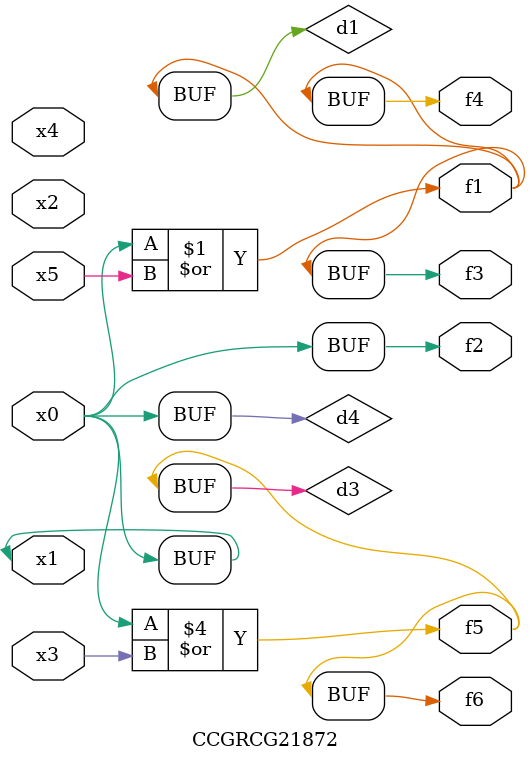
<source format=v>
module CCGRCG21872(
	input x0, x1, x2, x3, x4, x5,
	output f1, f2, f3, f4, f5, f6
);

	wire d1, d2, d3, d4;

	or (d1, x0, x5);
	xnor (d2, x1, x4);
	or (d3, x0, x3);
	buf (d4, x0, x1);
	assign f1 = d1;
	assign f2 = d4;
	assign f3 = d1;
	assign f4 = d1;
	assign f5 = d3;
	assign f6 = d3;
endmodule

</source>
